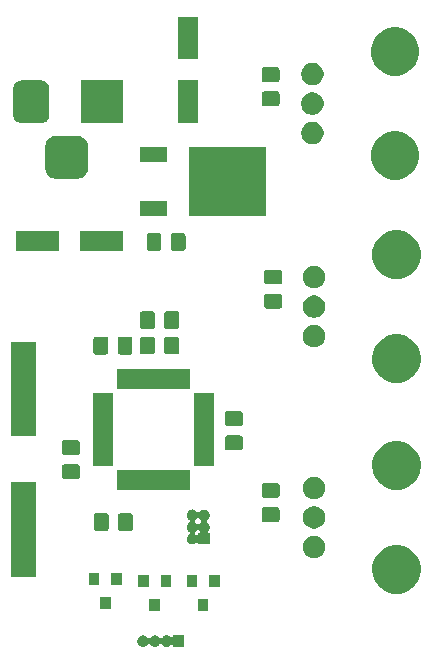
<source format=gbr>
G04 #@! TF.GenerationSoftware,KiCad,Pcbnew,5.0.2-bee76a0~70~ubuntu18.04.1*
G04 #@! TF.CreationDate,2018-12-03T19:26:52-05:00*
G04 #@! TF.ProjectId,LEDStuff,4c454453-7475-4666-962e-6b696361645f,rev?*
G04 #@! TF.SameCoordinates,Original*
G04 #@! TF.FileFunction,Soldermask,Top*
G04 #@! TF.FilePolarity,Negative*
%FSLAX46Y46*%
G04 Gerber Fmt 4.6, Leading zero omitted, Abs format (unit mm)*
G04 Created by KiCad (PCBNEW 5.0.2-bee76a0~70~ubuntu18.04.1) date Mon 03 Dec 2018 07:26:52 PM EST*
%MOMM*%
%LPD*%
G01*
G04 APERTURE LIST*
%ADD10C,0.100000*%
G04 APERTURE END LIST*
D10*
G36*
X145200712Y-120904787D02*
X145290439Y-120932006D01*
X145373131Y-120976206D01*
X145445611Y-121035689D01*
X145505094Y-121108169D01*
X145505096Y-121108173D01*
X145510773Y-121115091D01*
X145528100Y-121132418D01*
X145548475Y-121146032D01*
X145571114Y-121155409D01*
X145595147Y-121160190D01*
X145619651Y-121160190D01*
X145643685Y-121155410D01*
X145666324Y-121146033D01*
X145686699Y-121132419D01*
X145704027Y-121115091D01*
X145709704Y-121108173D01*
X145709706Y-121108169D01*
X145769189Y-121035689D01*
X145841669Y-120976206D01*
X145924361Y-120932006D01*
X146014088Y-120904787D01*
X146084016Y-120897900D01*
X146130784Y-120897900D01*
X146200712Y-120904787D01*
X146290439Y-120932006D01*
X146373131Y-120976206D01*
X146445611Y-121035689D01*
X146505094Y-121108169D01*
X146505096Y-121108173D01*
X146510773Y-121115091D01*
X146528100Y-121132418D01*
X146548475Y-121146032D01*
X146571114Y-121155409D01*
X146595147Y-121160190D01*
X146619651Y-121160190D01*
X146643685Y-121155410D01*
X146666324Y-121146033D01*
X146686699Y-121132419D01*
X146704027Y-121115091D01*
X146709704Y-121108173D01*
X146709706Y-121108169D01*
X146769189Y-121035689D01*
X146841669Y-120976206D01*
X146924361Y-120932006D01*
X147014088Y-120904787D01*
X147084016Y-120897900D01*
X147130784Y-120897900D01*
X147200712Y-120904787D01*
X147290439Y-120932006D01*
X147373131Y-120976206D01*
X147427106Y-121020503D01*
X147447476Y-121034112D01*
X147470115Y-121043490D01*
X147494148Y-121048270D01*
X147518653Y-121048270D01*
X147542686Y-121043489D01*
X147565325Y-121034112D01*
X147585700Y-121020498D01*
X147603027Y-121003171D01*
X147616640Y-120982796D01*
X147626018Y-120960157D01*
X147631400Y-120923872D01*
X147631400Y-120897900D01*
X148583400Y-120897900D01*
X148583400Y-121849900D01*
X147631400Y-121849900D01*
X147631400Y-121823928D01*
X147628998Y-121799542D01*
X147621885Y-121776093D01*
X147610334Y-121754482D01*
X147594788Y-121735540D01*
X147575846Y-121719994D01*
X147554235Y-121708443D01*
X147530786Y-121701330D01*
X147506400Y-121698928D01*
X147482014Y-121701330D01*
X147458565Y-121708443D01*
X147427105Y-121727299D01*
X147373131Y-121771594D01*
X147290439Y-121815794D01*
X147200712Y-121843013D01*
X147130784Y-121849900D01*
X147084016Y-121849900D01*
X147014088Y-121843013D01*
X146924361Y-121815794D01*
X146841669Y-121771594D01*
X146769189Y-121712111D01*
X146709706Y-121639631D01*
X146709703Y-121639625D01*
X146704027Y-121632709D01*
X146686700Y-121615382D01*
X146666325Y-121601768D01*
X146643686Y-121592391D01*
X146619653Y-121587610D01*
X146595149Y-121587610D01*
X146571115Y-121592390D01*
X146548476Y-121601767D01*
X146528101Y-121615381D01*
X146510773Y-121632709D01*
X146505097Y-121639625D01*
X146505094Y-121639631D01*
X146445611Y-121712111D01*
X146373131Y-121771594D01*
X146290439Y-121815794D01*
X146200712Y-121843013D01*
X146130784Y-121849900D01*
X146084016Y-121849900D01*
X146014088Y-121843013D01*
X145924361Y-121815794D01*
X145841669Y-121771594D01*
X145769189Y-121712111D01*
X145709706Y-121639631D01*
X145709703Y-121639625D01*
X145704027Y-121632709D01*
X145686700Y-121615382D01*
X145666325Y-121601768D01*
X145643686Y-121592391D01*
X145619653Y-121587610D01*
X145595149Y-121587610D01*
X145571115Y-121592390D01*
X145548476Y-121601767D01*
X145528101Y-121615381D01*
X145510773Y-121632709D01*
X145505097Y-121639625D01*
X145505094Y-121639631D01*
X145445611Y-121712111D01*
X145373131Y-121771594D01*
X145290439Y-121815794D01*
X145200712Y-121843013D01*
X145130784Y-121849900D01*
X145084016Y-121849900D01*
X145014088Y-121843013D01*
X144924361Y-121815794D01*
X144841669Y-121771594D01*
X144769189Y-121712111D01*
X144709706Y-121639631D01*
X144665506Y-121556939D01*
X144638287Y-121467212D01*
X144629097Y-121373900D01*
X144638287Y-121280588D01*
X144665506Y-121190861D01*
X144709706Y-121108169D01*
X144769189Y-121035689D01*
X144841669Y-120976206D01*
X144924361Y-120932006D01*
X145014088Y-120904787D01*
X145084016Y-120897900D01*
X145130784Y-120897900D01*
X145200712Y-120904787D01*
X145200712Y-120904787D01*
G37*
G36*
X146551800Y-118823600D02*
X145649800Y-118823600D01*
X145649800Y-117821600D01*
X146551800Y-117821600D01*
X146551800Y-118823600D01*
X146551800Y-118823600D01*
G37*
G36*
X150653900Y-118798200D02*
X149751900Y-118798200D01*
X149751900Y-117796200D01*
X150653900Y-117796200D01*
X150653900Y-118798200D01*
X150653900Y-118798200D01*
G37*
G36*
X142360800Y-118645800D02*
X141458800Y-118645800D01*
X141458800Y-117643800D01*
X142360800Y-117643800D01*
X142360800Y-118645800D01*
X142360800Y-118645800D01*
G37*
G36*
X167173752Y-113338818D02*
X167173754Y-113338819D01*
X167173755Y-113338819D01*
X167547013Y-113493427D01*
X167838804Y-113688396D01*
X167882939Y-113717886D01*
X168168614Y-114003561D01*
X168168616Y-114003564D01*
X168393073Y-114339487D01*
X168402398Y-114362000D01*
X168547682Y-114712748D01*
X168626500Y-115108993D01*
X168626500Y-115513007D01*
X168600484Y-115643800D01*
X168547681Y-115909255D01*
X168393073Y-116282513D01*
X168393072Y-116282514D01*
X168168614Y-116618439D01*
X167882939Y-116904114D01*
X167882936Y-116904116D01*
X167547013Y-117128573D01*
X167173755Y-117283181D01*
X167173754Y-117283181D01*
X167173752Y-117283182D01*
X166777507Y-117362000D01*
X166373493Y-117362000D01*
X165977248Y-117283182D01*
X165977246Y-117283181D01*
X165977245Y-117283181D01*
X165603987Y-117128573D01*
X165268064Y-116904116D01*
X165268061Y-116904114D01*
X164982386Y-116618439D01*
X164757928Y-116282514D01*
X164757927Y-116282513D01*
X164603319Y-115909255D01*
X164550517Y-115643800D01*
X164524500Y-115513007D01*
X164524500Y-115108993D01*
X164603318Y-114712748D01*
X164748602Y-114362000D01*
X164757927Y-114339487D01*
X164982384Y-114003564D01*
X164982386Y-114003561D01*
X165268061Y-113717886D01*
X165312196Y-113688396D01*
X165603987Y-113493427D01*
X165977245Y-113338819D01*
X165977246Y-113338819D01*
X165977248Y-113338818D01*
X166373493Y-113260000D01*
X166777507Y-113260000D01*
X167173752Y-113338818D01*
X167173752Y-113338818D01*
G37*
G36*
X145601800Y-116823600D02*
X144699800Y-116823600D01*
X144699800Y-115821600D01*
X145601800Y-115821600D01*
X145601800Y-116823600D01*
X145601800Y-116823600D01*
G37*
G36*
X147501800Y-116823600D02*
X146599800Y-116823600D01*
X146599800Y-115821600D01*
X147501800Y-115821600D01*
X147501800Y-116823600D01*
X147501800Y-116823600D01*
G37*
G36*
X151603900Y-116798200D02*
X150701900Y-116798200D01*
X150701900Y-115796200D01*
X151603900Y-115796200D01*
X151603900Y-116798200D01*
X151603900Y-116798200D01*
G37*
G36*
X149703900Y-116798200D02*
X148801900Y-116798200D01*
X148801900Y-115796200D01*
X149703900Y-115796200D01*
X149703900Y-116798200D01*
X149703900Y-116798200D01*
G37*
G36*
X141410800Y-116645800D02*
X140508800Y-116645800D01*
X140508800Y-115643800D01*
X141410800Y-115643800D01*
X141410800Y-116645800D01*
X141410800Y-116645800D01*
G37*
G36*
X143310800Y-116645800D02*
X142408800Y-116645800D01*
X142408800Y-115643800D01*
X143310800Y-115643800D01*
X143310800Y-116645800D01*
X143310800Y-116645800D01*
G37*
G36*
X136026600Y-115920200D02*
X133924600Y-115920200D01*
X133924600Y-107943200D01*
X136026600Y-107943200D01*
X136026600Y-115920200D01*
X136026600Y-115920200D01*
G37*
G36*
X159852896Y-112496546D02*
X160025966Y-112568234D01*
X160181730Y-112672312D01*
X160314188Y-112804770D01*
X160418266Y-112960534D01*
X160489954Y-113133604D01*
X160526500Y-113317333D01*
X160526500Y-113504667D01*
X160489954Y-113688396D01*
X160418266Y-113861466D01*
X160314188Y-114017230D01*
X160181730Y-114149688D01*
X160025966Y-114253766D01*
X159852896Y-114325454D01*
X159669167Y-114362000D01*
X159481833Y-114362000D01*
X159298104Y-114325454D01*
X159125034Y-114253766D01*
X158969270Y-114149688D01*
X158836812Y-114017230D01*
X158732734Y-113861466D01*
X158661046Y-113688396D01*
X158624500Y-113504667D01*
X158624500Y-113317333D01*
X158661046Y-113133604D01*
X158732734Y-112960534D01*
X158836812Y-112804770D01*
X158969270Y-112672312D01*
X159125034Y-112568234D01*
X159298104Y-112496546D01*
X159481833Y-112460000D01*
X159669167Y-112460000D01*
X159852896Y-112496546D01*
X159852896Y-112496546D01*
G37*
G36*
X149372412Y-110243387D02*
X149462139Y-110270606D01*
X149544831Y-110314806D01*
X149617311Y-110374289D01*
X149676794Y-110446769D01*
X149676796Y-110446773D01*
X149682473Y-110453691D01*
X149699800Y-110471018D01*
X149720175Y-110484632D01*
X149742814Y-110494009D01*
X149766847Y-110498790D01*
X149791351Y-110498790D01*
X149815385Y-110494010D01*
X149838024Y-110484633D01*
X149858399Y-110471019D01*
X149875727Y-110453691D01*
X149881404Y-110446773D01*
X149881406Y-110446769D01*
X149940889Y-110374289D01*
X150013369Y-110314806D01*
X150096061Y-110270606D01*
X150185788Y-110243387D01*
X150255716Y-110236500D01*
X150302484Y-110236500D01*
X150372412Y-110243387D01*
X150462139Y-110270606D01*
X150544831Y-110314806D01*
X150617311Y-110374289D01*
X150676794Y-110446769D01*
X150720994Y-110529461D01*
X150748213Y-110619188D01*
X150757403Y-110712500D01*
X150748213Y-110805812D01*
X150720994Y-110895539D01*
X150676794Y-110978231D01*
X150617311Y-111050711D01*
X150544831Y-111110194D01*
X150544825Y-111110197D01*
X150537909Y-111115873D01*
X150520582Y-111133200D01*
X150506968Y-111153575D01*
X150497591Y-111176214D01*
X150492810Y-111200247D01*
X150492810Y-111224751D01*
X150497590Y-111248785D01*
X150506967Y-111271424D01*
X150520581Y-111291799D01*
X150537909Y-111309127D01*
X150544825Y-111314803D01*
X150544831Y-111314806D01*
X150617311Y-111374289D01*
X150676794Y-111446769D01*
X150720994Y-111529461D01*
X150748213Y-111619188D01*
X150757403Y-111712500D01*
X150748213Y-111805812D01*
X150720994Y-111895539D01*
X150676794Y-111978231D01*
X150632497Y-112032206D01*
X150618888Y-112052576D01*
X150609510Y-112075215D01*
X150604730Y-112099248D01*
X150604730Y-112123753D01*
X150609511Y-112147786D01*
X150618888Y-112170425D01*
X150632502Y-112190800D01*
X150649829Y-112208127D01*
X150670204Y-112221740D01*
X150692843Y-112231118D01*
X150729128Y-112236500D01*
X150755100Y-112236500D01*
X150755100Y-113188500D01*
X149803100Y-113188500D01*
X149803100Y-113162528D01*
X149800698Y-113138142D01*
X149793585Y-113114693D01*
X149782034Y-113093082D01*
X149766488Y-113074140D01*
X149747546Y-113058594D01*
X149725935Y-113047043D01*
X149702486Y-113039930D01*
X149678100Y-113037528D01*
X149653714Y-113039930D01*
X149630265Y-113047043D01*
X149598805Y-113065899D01*
X149544831Y-113110194D01*
X149462139Y-113154394D01*
X149372412Y-113181613D01*
X149302484Y-113188500D01*
X149255716Y-113188500D01*
X149185788Y-113181613D01*
X149096061Y-113154394D01*
X149013369Y-113110194D01*
X148940889Y-113050711D01*
X148881406Y-112978231D01*
X148837206Y-112895539D01*
X148809987Y-112805812D01*
X148800797Y-112712500D01*
X148809987Y-112619188D01*
X148837206Y-112529461D01*
X148881406Y-112446769D01*
X148940889Y-112374289D01*
X149013369Y-112314806D01*
X149013375Y-112314803D01*
X149020291Y-112309127D01*
X149037618Y-112291800D01*
X149051232Y-112271425D01*
X149060609Y-112248786D01*
X149065390Y-112224753D01*
X149065390Y-112200249D01*
X149065390Y-112200247D01*
X149492810Y-112200247D01*
X149492810Y-112224751D01*
X149497590Y-112248785D01*
X149506967Y-112271424D01*
X149520581Y-112291798D01*
X149537910Y-112309127D01*
X149544828Y-112314804D01*
X149544831Y-112314806D01*
X149598487Y-112358841D01*
X149598802Y-112359099D01*
X149619176Y-112372713D01*
X149641815Y-112382090D01*
X149665849Y-112386870D01*
X149690353Y-112386870D01*
X149714386Y-112382089D01*
X149737025Y-112372712D01*
X149757400Y-112359098D01*
X149774727Y-112341770D01*
X149788341Y-112321396D01*
X149797718Y-112298757D01*
X149803100Y-112262472D01*
X149803100Y-112236500D01*
X149829072Y-112236500D01*
X149853458Y-112234098D01*
X149876907Y-112226985D01*
X149898518Y-112215434D01*
X149917460Y-112199888D01*
X149933006Y-112180946D01*
X149944557Y-112159335D01*
X149951670Y-112135886D01*
X149954072Y-112111500D01*
X149951670Y-112087114D01*
X149944557Y-112063665D01*
X149925699Y-112032202D01*
X149925441Y-112031887D01*
X149881406Y-111978231D01*
X149881404Y-111978227D01*
X149875727Y-111971310D01*
X149858400Y-111953982D01*
X149838025Y-111940368D01*
X149815386Y-111930991D01*
X149791353Y-111926210D01*
X149766849Y-111926210D01*
X149742815Y-111930990D01*
X149720176Y-111940367D01*
X149699802Y-111953981D01*
X149682473Y-111971310D01*
X149676796Y-111978227D01*
X149676794Y-111978231D01*
X149632759Y-112031887D01*
X149632501Y-112032202D01*
X149618887Y-112052576D01*
X149618178Y-112054288D01*
X149598802Y-112065901D01*
X149544831Y-112110194D01*
X149544828Y-112110196D01*
X149537910Y-112115873D01*
X149520582Y-112133200D01*
X149506968Y-112153575D01*
X149497591Y-112176214D01*
X149492810Y-112200247D01*
X149065390Y-112200247D01*
X149060610Y-112176215D01*
X149051233Y-112153576D01*
X149037619Y-112133201D01*
X149020291Y-112115873D01*
X149013375Y-112110197D01*
X149013369Y-112110194D01*
X148940889Y-112050711D01*
X148881406Y-111978231D01*
X148837206Y-111895539D01*
X148809987Y-111805812D01*
X148800797Y-111712500D01*
X148809987Y-111619188D01*
X148837206Y-111529461D01*
X148881406Y-111446769D01*
X148940889Y-111374289D01*
X149013369Y-111314806D01*
X149013375Y-111314803D01*
X149020291Y-111309127D01*
X149037618Y-111291800D01*
X149051232Y-111271425D01*
X149060609Y-111248786D01*
X149065390Y-111224753D01*
X149065390Y-111200249D01*
X149065390Y-111200247D01*
X149492810Y-111200247D01*
X149492810Y-111224751D01*
X149497590Y-111248785D01*
X149506967Y-111271424D01*
X149520581Y-111291799D01*
X149537909Y-111309127D01*
X149544825Y-111314803D01*
X149544831Y-111314806D01*
X149617311Y-111374289D01*
X149676794Y-111446769D01*
X149676796Y-111446773D01*
X149682473Y-111453691D01*
X149699800Y-111471018D01*
X149720175Y-111484632D01*
X149742814Y-111494009D01*
X149766847Y-111498790D01*
X149791351Y-111498790D01*
X149815385Y-111494010D01*
X149838024Y-111484633D01*
X149858399Y-111471019D01*
X149875727Y-111453691D01*
X149881404Y-111446773D01*
X149881406Y-111446769D01*
X149940889Y-111374289D01*
X150013369Y-111314806D01*
X150013375Y-111314803D01*
X150020291Y-111309127D01*
X150037618Y-111291800D01*
X150051232Y-111271425D01*
X150060609Y-111248786D01*
X150065390Y-111224753D01*
X150065390Y-111200249D01*
X150060610Y-111176215D01*
X150051233Y-111153576D01*
X150037619Y-111133201D01*
X150020291Y-111115873D01*
X150013375Y-111110197D01*
X150013369Y-111110194D01*
X149940889Y-111050711D01*
X149881406Y-110978231D01*
X149881403Y-110978225D01*
X149875727Y-110971309D01*
X149858400Y-110953982D01*
X149838025Y-110940368D01*
X149815386Y-110930991D01*
X149791353Y-110926210D01*
X149766849Y-110926210D01*
X149742815Y-110930990D01*
X149720176Y-110940367D01*
X149699801Y-110953981D01*
X149682473Y-110971309D01*
X149676797Y-110978225D01*
X149676794Y-110978231D01*
X149617311Y-111050711D01*
X149544831Y-111110194D01*
X149544825Y-111110197D01*
X149537909Y-111115873D01*
X149520582Y-111133200D01*
X149506968Y-111153575D01*
X149497591Y-111176214D01*
X149492810Y-111200247D01*
X149065390Y-111200247D01*
X149060610Y-111176215D01*
X149051233Y-111153576D01*
X149037619Y-111133201D01*
X149020291Y-111115873D01*
X149013375Y-111110197D01*
X149013369Y-111110194D01*
X148940889Y-111050711D01*
X148881406Y-110978231D01*
X148837206Y-110895539D01*
X148809987Y-110805812D01*
X148800797Y-110712500D01*
X148809987Y-110619188D01*
X148837206Y-110529461D01*
X148881406Y-110446769D01*
X148940889Y-110374289D01*
X149013369Y-110314806D01*
X149096061Y-110270606D01*
X149185788Y-110243387D01*
X149255716Y-110236500D01*
X149302484Y-110236500D01*
X149372412Y-110243387D01*
X149372412Y-110243387D01*
G37*
G36*
X144087977Y-110556265D02*
X144125664Y-110567698D01*
X144160403Y-110586266D01*
X144190848Y-110611252D01*
X144215834Y-110641697D01*
X144234402Y-110676436D01*
X144245835Y-110714123D01*
X144250300Y-110759461D01*
X144250300Y-111846139D01*
X144245835Y-111891477D01*
X144234402Y-111929164D01*
X144215834Y-111963903D01*
X144190848Y-111994348D01*
X144160403Y-112019334D01*
X144125664Y-112037902D01*
X144087977Y-112049335D01*
X144042639Y-112053800D01*
X143205961Y-112053800D01*
X143160623Y-112049335D01*
X143122936Y-112037902D01*
X143088197Y-112019334D01*
X143057752Y-111994348D01*
X143032766Y-111963903D01*
X143014198Y-111929164D01*
X143002765Y-111891477D01*
X142998300Y-111846139D01*
X142998300Y-110759461D01*
X143002765Y-110714123D01*
X143014198Y-110676436D01*
X143032766Y-110641697D01*
X143057752Y-110611252D01*
X143088197Y-110586266D01*
X143122936Y-110567698D01*
X143160623Y-110556265D01*
X143205961Y-110551800D01*
X144042639Y-110551800D01*
X144087977Y-110556265D01*
X144087977Y-110556265D01*
G37*
G36*
X142037977Y-110556265D02*
X142075664Y-110567698D01*
X142110403Y-110586266D01*
X142140848Y-110611252D01*
X142165834Y-110641697D01*
X142184402Y-110676436D01*
X142195835Y-110714123D01*
X142200300Y-110759461D01*
X142200300Y-111846139D01*
X142195835Y-111891477D01*
X142184402Y-111929164D01*
X142165834Y-111963903D01*
X142140848Y-111994348D01*
X142110403Y-112019334D01*
X142075664Y-112037902D01*
X142037977Y-112049335D01*
X141992639Y-112053800D01*
X141155961Y-112053800D01*
X141110623Y-112049335D01*
X141072936Y-112037902D01*
X141038197Y-112019334D01*
X141007752Y-111994348D01*
X140982766Y-111963903D01*
X140964198Y-111929164D01*
X140952765Y-111891477D01*
X140948300Y-111846139D01*
X140948300Y-110759461D01*
X140952765Y-110714123D01*
X140964198Y-110676436D01*
X140982766Y-110641697D01*
X141007752Y-110611252D01*
X141038197Y-110586266D01*
X141072936Y-110567698D01*
X141110623Y-110556265D01*
X141155961Y-110551800D01*
X141992639Y-110551800D01*
X142037977Y-110556265D01*
X142037977Y-110556265D01*
G37*
G36*
X159852896Y-109996546D02*
X160025966Y-110068234D01*
X160181730Y-110172312D01*
X160314188Y-110304770D01*
X160418266Y-110460534D01*
X160489954Y-110633604D01*
X160526500Y-110817333D01*
X160526500Y-111004667D01*
X160489954Y-111188396D01*
X160418266Y-111361466D01*
X160314188Y-111517230D01*
X160181730Y-111649688D01*
X160025966Y-111753766D01*
X159852896Y-111825454D01*
X159669167Y-111862000D01*
X159481833Y-111862000D01*
X159298104Y-111825454D01*
X159125034Y-111753766D01*
X158969270Y-111649688D01*
X158836812Y-111517230D01*
X158732734Y-111361466D01*
X158661046Y-111188396D01*
X158624500Y-111004667D01*
X158624500Y-110817333D01*
X158661046Y-110633604D01*
X158732734Y-110460534D01*
X158836812Y-110304770D01*
X158969270Y-110172312D01*
X159125034Y-110068234D01*
X159298104Y-109996546D01*
X159481833Y-109960000D01*
X159669167Y-109960000D01*
X159852896Y-109996546D01*
X159852896Y-109996546D01*
G37*
G36*
X156506577Y-110046265D02*
X156544264Y-110057698D01*
X156579003Y-110076266D01*
X156609448Y-110101252D01*
X156634434Y-110131697D01*
X156653002Y-110166436D01*
X156664435Y-110204123D01*
X156668900Y-110249461D01*
X156668900Y-111086139D01*
X156664435Y-111131477D01*
X156653002Y-111169164D01*
X156634434Y-111203903D01*
X156609448Y-111234348D01*
X156579003Y-111259334D01*
X156544264Y-111277902D01*
X156506577Y-111289335D01*
X156461239Y-111293800D01*
X155374561Y-111293800D01*
X155329223Y-111289335D01*
X155291536Y-111277902D01*
X155256797Y-111259334D01*
X155226352Y-111234348D01*
X155201366Y-111203903D01*
X155182798Y-111169164D01*
X155171365Y-111131477D01*
X155166900Y-111086139D01*
X155166900Y-110249461D01*
X155171365Y-110204123D01*
X155182798Y-110166436D01*
X155201366Y-110131697D01*
X155226352Y-110101252D01*
X155256797Y-110076266D01*
X155291536Y-110057698D01*
X155329223Y-110046265D01*
X155374561Y-110041800D01*
X156461239Y-110041800D01*
X156506577Y-110046265D01*
X156506577Y-110046265D01*
G37*
G36*
X159852896Y-107496546D02*
X160025966Y-107568234D01*
X160181730Y-107672312D01*
X160314188Y-107804770D01*
X160418266Y-107960534D01*
X160489954Y-108133604D01*
X160526500Y-108317333D01*
X160526500Y-108504667D01*
X160489954Y-108688396D01*
X160418266Y-108861466D01*
X160314188Y-109017230D01*
X160181730Y-109149688D01*
X160025966Y-109253766D01*
X159852896Y-109325454D01*
X159669167Y-109362000D01*
X159481833Y-109362000D01*
X159298104Y-109325454D01*
X159125034Y-109253766D01*
X158969270Y-109149688D01*
X158836812Y-109017230D01*
X158732734Y-108861466D01*
X158661046Y-108688396D01*
X158624500Y-108504667D01*
X158624500Y-108317333D01*
X158661046Y-108133604D01*
X158732734Y-107960534D01*
X158836812Y-107804770D01*
X158969270Y-107672312D01*
X159125034Y-107568234D01*
X159298104Y-107496546D01*
X159481833Y-107460000D01*
X159669167Y-107460000D01*
X159852896Y-107496546D01*
X159852896Y-107496546D01*
G37*
G36*
X156506577Y-107996265D02*
X156544264Y-108007698D01*
X156579003Y-108026266D01*
X156609448Y-108051252D01*
X156634434Y-108081697D01*
X156653002Y-108116436D01*
X156664435Y-108154123D01*
X156668900Y-108199461D01*
X156668900Y-109036139D01*
X156664435Y-109081477D01*
X156653002Y-109119164D01*
X156634434Y-109153903D01*
X156609448Y-109184348D01*
X156579003Y-109209334D01*
X156544264Y-109227902D01*
X156506577Y-109239335D01*
X156461239Y-109243800D01*
X155374561Y-109243800D01*
X155329223Y-109239335D01*
X155291536Y-109227902D01*
X155256797Y-109209334D01*
X155226352Y-109184348D01*
X155201366Y-109153903D01*
X155182798Y-109119164D01*
X155171365Y-109081477D01*
X155166900Y-109036139D01*
X155166900Y-108199461D01*
X155171365Y-108154123D01*
X155182798Y-108116436D01*
X155201366Y-108081697D01*
X155226352Y-108051252D01*
X155256797Y-108026266D01*
X155291536Y-108007698D01*
X155329223Y-107996265D01*
X155374561Y-107991800D01*
X156461239Y-107991800D01*
X156506577Y-107996265D01*
X156506577Y-107996265D01*
G37*
G36*
X149125200Y-108567900D02*
X142873200Y-108567900D01*
X142873200Y-106865900D01*
X149125200Y-106865900D01*
X149125200Y-108567900D01*
X149125200Y-108567900D01*
G37*
G36*
X167173752Y-104538818D02*
X167173754Y-104538819D01*
X167173755Y-104538819D01*
X167547013Y-104693427D01*
X167547014Y-104693428D01*
X167882939Y-104917886D01*
X168168614Y-105203561D01*
X168168616Y-105203564D01*
X168393073Y-105539487D01*
X168547681Y-105912745D01*
X168547682Y-105912748D01*
X168626500Y-106308993D01*
X168626500Y-106713007D01*
X168596088Y-106865900D01*
X168547681Y-107109255D01*
X168393073Y-107482513D01*
X168268419Y-107669070D01*
X168168614Y-107818439D01*
X167882939Y-108104114D01*
X167882936Y-108104116D01*
X167547013Y-108328573D01*
X167173755Y-108483181D01*
X167173754Y-108483181D01*
X167173752Y-108483182D01*
X166777507Y-108562000D01*
X166373493Y-108562000D01*
X165977248Y-108483182D01*
X165977246Y-108483181D01*
X165977245Y-108483181D01*
X165603987Y-108328573D01*
X165268064Y-108104116D01*
X165268061Y-108104114D01*
X164982386Y-107818439D01*
X164882581Y-107669070D01*
X164757927Y-107482513D01*
X164603319Y-107109255D01*
X164554913Y-106865900D01*
X164524500Y-106713007D01*
X164524500Y-106308993D01*
X164603318Y-105912748D01*
X164603319Y-105912745D01*
X164757927Y-105539487D01*
X164982384Y-105203564D01*
X164982386Y-105203561D01*
X165268061Y-104917886D01*
X165603986Y-104693428D01*
X165603987Y-104693427D01*
X165977245Y-104538819D01*
X165977246Y-104538819D01*
X165977248Y-104538818D01*
X166373493Y-104460000D01*
X166777507Y-104460000D01*
X167173752Y-104538818D01*
X167173752Y-104538818D01*
G37*
G36*
X139590177Y-106426765D02*
X139627864Y-106438198D01*
X139662603Y-106456766D01*
X139693048Y-106481752D01*
X139718034Y-106512197D01*
X139736602Y-106546936D01*
X139748035Y-106584623D01*
X139752500Y-106629961D01*
X139752500Y-107466639D01*
X139748035Y-107511977D01*
X139736602Y-107549664D01*
X139718034Y-107584403D01*
X139693048Y-107614848D01*
X139662603Y-107639834D01*
X139627864Y-107658402D01*
X139590177Y-107669835D01*
X139544839Y-107674300D01*
X138458161Y-107674300D01*
X138412823Y-107669835D01*
X138375136Y-107658402D01*
X138340397Y-107639834D01*
X138309952Y-107614848D01*
X138284966Y-107584403D01*
X138266398Y-107549664D01*
X138254965Y-107511977D01*
X138250500Y-107466639D01*
X138250500Y-106629961D01*
X138254965Y-106584623D01*
X138266398Y-106546936D01*
X138284966Y-106512197D01*
X138309952Y-106481752D01*
X138340397Y-106456766D01*
X138375136Y-106438198D01*
X138412823Y-106426765D01*
X138458161Y-106422300D01*
X139544839Y-106422300D01*
X139590177Y-106426765D01*
X139590177Y-106426765D01*
G37*
G36*
X151100200Y-106592900D02*
X149398200Y-106592900D01*
X149398200Y-100340900D01*
X151100200Y-100340900D01*
X151100200Y-106592900D01*
X151100200Y-106592900D01*
G37*
G36*
X142600200Y-106592900D02*
X140898200Y-106592900D01*
X140898200Y-100340900D01*
X142600200Y-100340900D01*
X142600200Y-106592900D01*
X142600200Y-106592900D01*
G37*
G36*
X139590177Y-104376765D02*
X139627864Y-104388198D01*
X139662603Y-104406766D01*
X139693048Y-104431752D01*
X139718034Y-104462197D01*
X139736602Y-104496936D01*
X139748035Y-104534623D01*
X139752500Y-104579961D01*
X139752500Y-105416639D01*
X139748035Y-105461977D01*
X139736602Y-105499664D01*
X139718034Y-105534403D01*
X139693048Y-105564848D01*
X139662603Y-105589834D01*
X139627864Y-105608402D01*
X139590177Y-105619835D01*
X139544839Y-105624300D01*
X138458161Y-105624300D01*
X138412823Y-105619835D01*
X138375136Y-105608402D01*
X138340397Y-105589834D01*
X138309952Y-105564848D01*
X138284966Y-105534403D01*
X138266398Y-105499664D01*
X138254965Y-105461977D01*
X138250500Y-105416639D01*
X138250500Y-104579961D01*
X138254965Y-104534623D01*
X138266398Y-104496936D01*
X138284966Y-104462197D01*
X138309952Y-104431752D01*
X138340397Y-104406766D01*
X138375136Y-104388198D01*
X138412823Y-104376765D01*
X138458161Y-104372300D01*
X139544839Y-104372300D01*
X139590177Y-104376765D01*
X139590177Y-104376765D01*
G37*
G36*
X153395077Y-103975665D02*
X153432764Y-103987098D01*
X153467503Y-104005666D01*
X153497948Y-104030652D01*
X153522934Y-104061097D01*
X153541502Y-104095836D01*
X153552935Y-104133523D01*
X153557400Y-104178861D01*
X153557400Y-105015539D01*
X153552935Y-105060877D01*
X153541502Y-105098564D01*
X153522934Y-105133303D01*
X153497948Y-105163748D01*
X153467503Y-105188734D01*
X153432764Y-105207302D01*
X153395077Y-105218735D01*
X153349739Y-105223200D01*
X152263061Y-105223200D01*
X152217723Y-105218735D01*
X152180036Y-105207302D01*
X152145297Y-105188734D01*
X152114852Y-105163748D01*
X152089866Y-105133303D01*
X152071298Y-105098564D01*
X152059865Y-105060877D01*
X152055400Y-105015539D01*
X152055400Y-104178861D01*
X152059865Y-104133523D01*
X152071298Y-104095836D01*
X152089866Y-104061097D01*
X152114852Y-104030652D01*
X152145297Y-104005666D01*
X152180036Y-103987098D01*
X152217723Y-103975665D01*
X152263061Y-103971200D01*
X153349739Y-103971200D01*
X153395077Y-103975665D01*
X153395077Y-103975665D01*
G37*
G36*
X136026600Y-104045200D02*
X133924600Y-104045200D01*
X133924600Y-96068200D01*
X136026600Y-96068200D01*
X136026600Y-104045200D01*
X136026600Y-104045200D01*
G37*
G36*
X153395077Y-101925665D02*
X153432764Y-101937098D01*
X153467503Y-101955666D01*
X153497948Y-101980652D01*
X153522934Y-102011097D01*
X153541502Y-102045836D01*
X153552935Y-102083523D01*
X153557400Y-102128861D01*
X153557400Y-102965539D01*
X153552935Y-103010877D01*
X153541502Y-103048564D01*
X153522934Y-103083303D01*
X153497948Y-103113748D01*
X153467503Y-103138734D01*
X153432764Y-103157302D01*
X153395077Y-103168735D01*
X153349739Y-103173200D01*
X152263061Y-103173200D01*
X152217723Y-103168735D01*
X152180036Y-103157302D01*
X152145297Y-103138734D01*
X152114852Y-103113748D01*
X152089866Y-103083303D01*
X152071298Y-103048564D01*
X152059865Y-103010877D01*
X152055400Y-102965539D01*
X152055400Y-102128861D01*
X152059865Y-102083523D01*
X152071298Y-102045836D01*
X152089866Y-102011097D01*
X152114852Y-101980652D01*
X152145297Y-101955666D01*
X152180036Y-101937098D01*
X152217723Y-101925665D01*
X152263061Y-101921200D01*
X153349739Y-101921200D01*
X153395077Y-101925665D01*
X153395077Y-101925665D01*
G37*
G36*
X149125200Y-100067900D02*
X142873200Y-100067900D01*
X142873200Y-98365900D01*
X149125200Y-98365900D01*
X149125200Y-100067900D01*
X149125200Y-100067900D01*
G37*
G36*
X167173752Y-95495318D02*
X167173754Y-95495319D01*
X167173755Y-95495319D01*
X167547013Y-95649927D01*
X167740069Y-95778923D01*
X167882939Y-95874386D01*
X168168614Y-96160061D01*
X168168616Y-96160064D01*
X168393073Y-96495987D01*
X168547681Y-96869245D01*
X168547682Y-96869248D01*
X168593867Y-97101435D01*
X168626500Y-97265494D01*
X168626500Y-97669506D01*
X168547681Y-98065755D01*
X168393073Y-98439013D01*
X168393072Y-98439014D01*
X168168614Y-98774939D01*
X167882939Y-99060614D01*
X167882936Y-99060616D01*
X167547013Y-99285073D01*
X167173755Y-99439681D01*
X167173754Y-99439681D01*
X167173752Y-99439682D01*
X166777507Y-99518500D01*
X166373493Y-99518500D01*
X165977248Y-99439682D01*
X165977246Y-99439681D01*
X165977245Y-99439681D01*
X165603987Y-99285073D01*
X165268064Y-99060616D01*
X165268061Y-99060614D01*
X164982386Y-98774939D01*
X164757928Y-98439014D01*
X164757927Y-98439013D01*
X164603319Y-98065755D01*
X164524500Y-97669506D01*
X164524500Y-97265494D01*
X164557133Y-97101435D01*
X164603318Y-96869248D01*
X164603319Y-96869245D01*
X164757927Y-96495987D01*
X164982384Y-96160064D01*
X164982386Y-96160061D01*
X165268061Y-95874386D01*
X165410931Y-95778923D01*
X165603987Y-95649927D01*
X165977245Y-95495319D01*
X165977246Y-95495319D01*
X165977248Y-95495318D01*
X166373493Y-95416500D01*
X166777507Y-95416500D01*
X167173752Y-95495318D01*
X167173752Y-95495318D01*
G37*
G36*
X142008877Y-95621065D02*
X142046564Y-95632498D01*
X142081303Y-95651066D01*
X142111748Y-95676052D01*
X142136734Y-95706497D01*
X142155302Y-95741236D01*
X142166735Y-95778923D01*
X142171200Y-95824261D01*
X142171200Y-96910939D01*
X142166735Y-96956277D01*
X142155302Y-96993964D01*
X142136734Y-97028703D01*
X142111748Y-97059148D01*
X142081303Y-97084134D01*
X142046564Y-97102702D01*
X142008877Y-97114135D01*
X141963539Y-97118600D01*
X141126861Y-97118600D01*
X141081523Y-97114135D01*
X141043836Y-97102702D01*
X141009097Y-97084134D01*
X140978652Y-97059148D01*
X140953666Y-97028703D01*
X140935098Y-96993964D01*
X140923665Y-96956277D01*
X140919200Y-96910939D01*
X140919200Y-95824261D01*
X140923665Y-95778923D01*
X140935098Y-95741236D01*
X140953666Y-95706497D01*
X140978652Y-95676052D01*
X141009097Y-95651066D01*
X141043836Y-95632498D01*
X141081523Y-95621065D01*
X141126861Y-95616600D01*
X141963539Y-95616600D01*
X142008877Y-95621065D01*
X142008877Y-95621065D01*
G37*
G36*
X144058877Y-95621065D02*
X144096564Y-95632498D01*
X144131303Y-95651066D01*
X144161748Y-95676052D01*
X144186734Y-95706497D01*
X144205302Y-95741236D01*
X144216735Y-95778923D01*
X144221200Y-95824261D01*
X144221200Y-96910939D01*
X144216735Y-96956277D01*
X144205302Y-96993964D01*
X144186734Y-97028703D01*
X144161748Y-97059148D01*
X144131303Y-97084134D01*
X144096564Y-97102702D01*
X144058877Y-97114135D01*
X144013539Y-97118600D01*
X143176861Y-97118600D01*
X143131523Y-97114135D01*
X143093836Y-97102702D01*
X143059097Y-97084134D01*
X143028652Y-97059148D01*
X143003666Y-97028703D01*
X142985098Y-96993964D01*
X142973665Y-96956277D01*
X142969200Y-96910939D01*
X142969200Y-95824261D01*
X142973665Y-95778923D01*
X142985098Y-95741236D01*
X143003666Y-95706497D01*
X143028652Y-95676052D01*
X143059097Y-95651066D01*
X143093836Y-95632498D01*
X143131523Y-95621065D01*
X143176861Y-95616600D01*
X144013539Y-95616600D01*
X144058877Y-95621065D01*
X144058877Y-95621065D01*
G37*
G36*
X145949577Y-95608365D02*
X145987264Y-95619798D01*
X146022003Y-95638366D01*
X146052448Y-95663352D01*
X146077434Y-95693797D01*
X146096002Y-95728536D01*
X146107435Y-95766223D01*
X146111900Y-95811561D01*
X146111900Y-96898239D01*
X146107435Y-96943577D01*
X146096002Y-96981264D01*
X146077434Y-97016003D01*
X146052448Y-97046448D01*
X146022003Y-97071434D01*
X145987264Y-97090002D01*
X145949577Y-97101435D01*
X145904239Y-97105900D01*
X145067561Y-97105900D01*
X145022223Y-97101435D01*
X144984536Y-97090002D01*
X144949797Y-97071434D01*
X144919352Y-97046448D01*
X144894366Y-97016003D01*
X144875798Y-96981264D01*
X144864365Y-96943577D01*
X144859900Y-96898239D01*
X144859900Y-95811561D01*
X144864365Y-95766223D01*
X144875798Y-95728536D01*
X144894366Y-95693797D01*
X144919352Y-95663352D01*
X144949797Y-95638366D01*
X144984536Y-95619798D01*
X145022223Y-95608365D01*
X145067561Y-95603900D01*
X145904239Y-95603900D01*
X145949577Y-95608365D01*
X145949577Y-95608365D01*
G37*
G36*
X147999577Y-95608365D02*
X148037264Y-95619798D01*
X148072003Y-95638366D01*
X148102448Y-95663352D01*
X148127434Y-95693797D01*
X148146002Y-95728536D01*
X148157435Y-95766223D01*
X148161900Y-95811561D01*
X148161900Y-96898239D01*
X148157435Y-96943577D01*
X148146002Y-96981264D01*
X148127434Y-97016003D01*
X148102448Y-97046448D01*
X148072003Y-97071434D01*
X148037264Y-97090002D01*
X147999577Y-97101435D01*
X147954239Y-97105900D01*
X147117561Y-97105900D01*
X147072223Y-97101435D01*
X147034536Y-97090002D01*
X146999797Y-97071434D01*
X146969352Y-97046448D01*
X146944366Y-97016003D01*
X146925798Y-96981264D01*
X146914365Y-96943577D01*
X146909900Y-96898239D01*
X146909900Y-95811561D01*
X146914365Y-95766223D01*
X146925798Y-95728536D01*
X146944366Y-95693797D01*
X146969352Y-95663352D01*
X146999797Y-95638366D01*
X147034536Y-95619798D01*
X147072223Y-95608365D01*
X147117561Y-95603900D01*
X147954239Y-95603900D01*
X147999577Y-95608365D01*
X147999577Y-95608365D01*
G37*
G36*
X159852896Y-94653046D02*
X160025966Y-94724734D01*
X160181730Y-94828812D01*
X160314188Y-94961270D01*
X160418266Y-95117034D01*
X160489954Y-95290104D01*
X160526500Y-95473833D01*
X160526500Y-95661167D01*
X160489954Y-95844896D01*
X160418266Y-96017966D01*
X160314188Y-96173730D01*
X160181730Y-96306188D01*
X160025966Y-96410266D01*
X159852896Y-96481954D01*
X159669167Y-96518500D01*
X159481833Y-96518500D01*
X159298104Y-96481954D01*
X159125034Y-96410266D01*
X158969270Y-96306188D01*
X158836812Y-96173730D01*
X158732734Y-96017966D01*
X158661046Y-95844896D01*
X158624500Y-95661167D01*
X158624500Y-95473833D01*
X158661046Y-95290104D01*
X158732734Y-95117034D01*
X158836812Y-94961270D01*
X158969270Y-94828812D01*
X159125034Y-94724734D01*
X159298104Y-94653046D01*
X159481833Y-94616500D01*
X159669167Y-94616500D01*
X159852896Y-94653046D01*
X159852896Y-94653046D01*
G37*
G36*
X145949577Y-93462065D02*
X145987264Y-93473498D01*
X146022003Y-93492066D01*
X146052448Y-93517052D01*
X146077434Y-93547497D01*
X146096002Y-93582236D01*
X146107435Y-93619923D01*
X146111900Y-93665261D01*
X146111900Y-94751939D01*
X146107435Y-94797277D01*
X146096002Y-94834964D01*
X146077434Y-94869703D01*
X146052448Y-94900148D01*
X146022003Y-94925134D01*
X145987264Y-94943702D01*
X145949577Y-94955135D01*
X145904239Y-94959600D01*
X145067561Y-94959600D01*
X145022223Y-94955135D01*
X144984536Y-94943702D01*
X144949797Y-94925134D01*
X144919352Y-94900148D01*
X144894366Y-94869703D01*
X144875798Y-94834964D01*
X144864365Y-94797277D01*
X144859900Y-94751939D01*
X144859900Y-93665261D01*
X144864365Y-93619923D01*
X144875798Y-93582236D01*
X144894366Y-93547497D01*
X144919352Y-93517052D01*
X144949797Y-93492066D01*
X144984536Y-93473498D01*
X145022223Y-93462065D01*
X145067561Y-93457600D01*
X145904239Y-93457600D01*
X145949577Y-93462065D01*
X145949577Y-93462065D01*
G37*
G36*
X147999577Y-93462065D02*
X148037264Y-93473498D01*
X148072003Y-93492066D01*
X148102448Y-93517052D01*
X148127434Y-93547497D01*
X148146002Y-93582236D01*
X148157435Y-93619923D01*
X148161900Y-93665261D01*
X148161900Y-94751939D01*
X148157435Y-94797277D01*
X148146002Y-94834964D01*
X148127434Y-94869703D01*
X148102448Y-94900148D01*
X148072003Y-94925134D01*
X148037264Y-94943702D01*
X147999577Y-94955135D01*
X147954239Y-94959600D01*
X147117561Y-94959600D01*
X147072223Y-94955135D01*
X147034536Y-94943702D01*
X146999797Y-94925134D01*
X146969352Y-94900148D01*
X146944366Y-94869703D01*
X146925798Y-94834964D01*
X146914365Y-94797277D01*
X146909900Y-94751939D01*
X146909900Y-93665261D01*
X146914365Y-93619923D01*
X146925798Y-93582236D01*
X146944366Y-93547497D01*
X146969352Y-93517052D01*
X146999797Y-93492066D01*
X147034536Y-93473498D01*
X147072223Y-93462065D01*
X147117561Y-93457600D01*
X147954239Y-93457600D01*
X147999577Y-93462065D01*
X147999577Y-93462065D01*
G37*
G36*
X159852896Y-92153046D02*
X160025966Y-92224734D01*
X160181730Y-92328812D01*
X160314188Y-92461270D01*
X160418266Y-92617034D01*
X160489954Y-92790104D01*
X160526500Y-92973833D01*
X160526500Y-93161167D01*
X160489954Y-93344896D01*
X160418266Y-93517966D01*
X160314188Y-93673730D01*
X160181730Y-93806188D01*
X160025966Y-93910266D01*
X159852896Y-93981954D01*
X159669167Y-94018500D01*
X159481833Y-94018500D01*
X159298104Y-93981954D01*
X159125034Y-93910266D01*
X158969270Y-93806188D01*
X158836812Y-93673730D01*
X158732734Y-93517966D01*
X158661046Y-93344896D01*
X158624500Y-93161167D01*
X158624500Y-92973833D01*
X158661046Y-92790104D01*
X158732734Y-92617034D01*
X158836812Y-92461270D01*
X158969270Y-92328812D01*
X159125034Y-92224734D01*
X159298104Y-92153046D01*
X159481833Y-92116500D01*
X159669167Y-92116500D01*
X159852896Y-92153046D01*
X159852896Y-92153046D01*
G37*
G36*
X156709777Y-91979465D02*
X156747464Y-91990898D01*
X156782203Y-92009466D01*
X156812648Y-92034452D01*
X156837634Y-92064897D01*
X156856202Y-92099636D01*
X156867635Y-92137323D01*
X156872100Y-92182661D01*
X156872100Y-93019339D01*
X156867635Y-93064677D01*
X156856202Y-93102364D01*
X156837634Y-93137103D01*
X156812648Y-93167548D01*
X156782203Y-93192534D01*
X156747464Y-93211102D01*
X156709777Y-93222535D01*
X156664439Y-93227000D01*
X155577761Y-93227000D01*
X155532423Y-93222535D01*
X155494736Y-93211102D01*
X155459997Y-93192534D01*
X155429552Y-93167548D01*
X155404566Y-93137103D01*
X155385998Y-93102364D01*
X155374565Y-93064677D01*
X155370100Y-93019339D01*
X155370100Y-92182661D01*
X155374565Y-92137323D01*
X155385998Y-92099636D01*
X155404566Y-92064897D01*
X155429552Y-92034452D01*
X155459997Y-92009466D01*
X155494736Y-91990898D01*
X155532423Y-91979465D01*
X155577761Y-91975000D01*
X156664439Y-91975000D01*
X156709777Y-91979465D01*
X156709777Y-91979465D01*
G37*
G36*
X159852896Y-89653046D02*
X160025966Y-89724734D01*
X160181730Y-89828812D01*
X160314188Y-89961270D01*
X160418266Y-90117034D01*
X160489954Y-90290104D01*
X160526500Y-90473833D01*
X160526500Y-90661167D01*
X160489954Y-90844896D01*
X160418266Y-91017966D01*
X160314188Y-91173730D01*
X160181730Y-91306188D01*
X160025966Y-91410266D01*
X159852896Y-91481954D01*
X159669167Y-91518500D01*
X159481833Y-91518500D01*
X159298104Y-91481954D01*
X159125034Y-91410266D01*
X158969270Y-91306188D01*
X158836812Y-91173730D01*
X158732734Y-91017966D01*
X158661046Y-90844896D01*
X158624500Y-90661167D01*
X158624500Y-90473833D01*
X158661046Y-90290104D01*
X158732734Y-90117034D01*
X158836812Y-89961270D01*
X158969270Y-89828812D01*
X159125034Y-89724734D01*
X159298104Y-89653046D01*
X159481833Y-89616500D01*
X159669167Y-89616500D01*
X159852896Y-89653046D01*
X159852896Y-89653046D01*
G37*
G36*
X156709777Y-89929465D02*
X156747464Y-89940898D01*
X156782203Y-89959466D01*
X156812648Y-89984452D01*
X156837634Y-90014897D01*
X156856202Y-90049636D01*
X156867635Y-90087323D01*
X156872100Y-90132661D01*
X156872100Y-90969339D01*
X156867635Y-91014677D01*
X156856202Y-91052364D01*
X156837634Y-91087103D01*
X156812648Y-91117548D01*
X156782203Y-91142534D01*
X156747464Y-91161102D01*
X156709777Y-91172535D01*
X156664439Y-91177000D01*
X155577761Y-91177000D01*
X155532423Y-91172535D01*
X155494736Y-91161102D01*
X155459997Y-91142534D01*
X155429552Y-91117548D01*
X155404566Y-91087103D01*
X155385998Y-91052364D01*
X155374565Y-91014677D01*
X155370100Y-90969339D01*
X155370100Y-90132661D01*
X155374565Y-90087323D01*
X155385998Y-90049636D01*
X155404566Y-90014897D01*
X155429552Y-89984452D01*
X155459997Y-89959466D01*
X155494736Y-89940898D01*
X155532423Y-89929465D01*
X155577761Y-89925000D01*
X156664439Y-89925000D01*
X156709777Y-89929465D01*
X156709777Y-89929465D01*
G37*
G36*
X167173752Y-86695318D02*
X167173754Y-86695319D01*
X167173755Y-86695319D01*
X167547013Y-86849927D01*
X167622479Y-86900352D01*
X167882939Y-87074386D01*
X168168614Y-87360061D01*
X168168616Y-87360064D01*
X168393073Y-87695987D01*
X168547681Y-88069245D01*
X168547682Y-88069248D01*
X168611901Y-88392100D01*
X168626500Y-88465494D01*
X168626500Y-88869506D01*
X168547681Y-89265755D01*
X168393073Y-89639013D01*
X168188139Y-89945718D01*
X168168614Y-89974939D01*
X167882939Y-90260614D01*
X167882936Y-90260616D01*
X167547013Y-90485073D01*
X167173755Y-90639681D01*
X167173754Y-90639681D01*
X167173752Y-90639682D01*
X166777507Y-90718500D01*
X166373493Y-90718500D01*
X165977248Y-90639682D01*
X165977246Y-90639681D01*
X165977245Y-90639681D01*
X165603987Y-90485073D01*
X165268064Y-90260616D01*
X165268061Y-90260614D01*
X164982386Y-89974939D01*
X164962861Y-89945718D01*
X164757927Y-89639013D01*
X164603319Y-89265755D01*
X164524500Y-88869506D01*
X164524500Y-88465494D01*
X164539099Y-88392100D01*
X164603318Y-88069248D01*
X164603319Y-88069245D01*
X164757927Y-87695987D01*
X164982384Y-87360064D01*
X164982386Y-87360061D01*
X165268061Y-87074386D01*
X165528521Y-86900352D01*
X165603987Y-86849927D01*
X165977245Y-86695319D01*
X165977246Y-86695319D01*
X165977248Y-86695318D01*
X166373493Y-86616500D01*
X166777507Y-86616500D01*
X167173752Y-86695318D01*
X167173752Y-86695318D01*
G37*
G36*
X138000900Y-88392100D02*
X134398900Y-88392100D01*
X134398900Y-86690100D01*
X138000900Y-86690100D01*
X138000900Y-88392100D01*
X138000900Y-88392100D01*
G37*
G36*
X143400900Y-88392100D02*
X139798900Y-88392100D01*
X139798900Y-86690100D01*
X143400900Y-86690100D01*
X143400900Y-88392100D01*
X143400900Y-88392100D01*
G37*
G36*
X146500977Y-86845365D02*
X146538664Y-86856798D01*
X146573403Y-86875366D01*
X146603848Y-86900352D01*
X146628834Y-86930797D01*
X146647402Y-86965536D01*
X146658835Y-87003223D01*
X146663300Y-87048561D01*
X146663300Y-88135239D01*
X146658835Y-88180577D01*
X146647402Y-88218264D01*
X146628834Y-88253003D01*
X146603848Y-88283448D01*
X146573403Y-88308434D01*
X146538664Y-88327002D01*
X146500977Y-88338435D01*
X146455639Y-88342900D01*
X145618961Y-88342900D01*
X145573623Y-88338435D01*
X145535936Y-88327002D01*
X145501197Y-88308434D01*
X145470752Y-88283448D01*
X145445766Y-88253003D01*
X145427198Y-88218264D01*
X145415765Y-88180577D01*
X145411300Y-88135239D01*
X145411300Y-87048561D01*
X145415765Y-87003223D01*
X145427198Y-86965536D01*
X145445766Y-86930797D01*
X145470752Y-86900352D01*
X145501197Y-86875366D01*
X145535936Y-86856798D01*
X145573623Y-86845365D01*
X145618961Y-86840900D01*
X146455639Y-86840900D01*
X146500977Y-86845365D01*
X146500977Y-86845365D01*
G37*
G36*
X148550977Y-86845365D02*
X148588664Y-86856798D01*
X148623403Y-86875366D01*
X148653848Y-86900352D01*
X148678834Y-86930797D01*
X148697402Y-86965536D01*
X148708835Y-87003223D01*
X148713300Y-87048561D01*
X148713300Y-88135239D01*
X148708835Y-88180577D01*
X148697402Y-88218264D01*
X148678834Y-88253003D01*
X148653848Y-88283448D01*
X148623403Y-88308434D01*
X148588664Y-88327002D01*
X148550977Y-88338435D01*
X148505639Y-88342900D01*
X147668961Y-88342900D01*
X147623623Y-88338435D01*
X147585936Y-88327002D01*
X147551197Y-88308434D01*
X147520752Y-88283448D01*
X147495766Y-88253003D01*
X147477198Y-88218264D01*
X147465765Y-88180577D01*
X147461300Y-88135239D01*
X147461300Y-87048561D01*
X147465765Y-87003223D01*
X147477198Y-86965536D01*
X147495766Y-86930797D01*
X147520752Y-86900352D01*
X147551197Y-86875366D01*
X147585936Y-86856798D01*
X147623623Y-86845365D01*
X147668961Y-86840900D01*
X148505639Y-86840900D01*
X148550977Y-86845365D01*
X148550977Y-86845365D01*
G37*
G36*
X155528500Y-85412100D02*
X149026500Y-85412100D01*
X149026500Y-79510100D01*
X155528500Y-79510100D01*
X155528500Y-85412100D01*
X155528500Y-85412100D01*
G37*
G36*
X147128500Y-85392100D02*
X144826500Y-85392100D01*
X144826500Y-84090100D01*
X147128500Y-84090100D01*
X147128500Y-85392100D01*
X147128500Y-85392100D01*
G37*
G36*
X167046752Y-78299518D02*
X167046754Y-78299519D01*
X167046755Y-78299519D01*
X167420013Y-78454127D01*
X167662871Y-78616400D01*
X167755939Y-78678586D01*
X168041614Y-78964261D01*
X168041616Y-78964264D01*
X168266073Y-79300187D01*
X168420681Y-79673445D01*
X168499500Y-80069694D01*
X168499500Y-80473706D01*
X168420681Y-80869955D01*
X168266073Y-81243213D01*
X168044643Y-81574605D01*
X168041614Y-81579139D01*
X167755939Y-81864814D01*
X167755936Y-81864816D01*
X167420013Y-82089273D01*
X167046755Y-82243881D01*
X167046754Y-82243881D01*
X167046752Y-82243882D01*
X166650507Y-82322700D01*
X166246493Y-82322700D01*
X165850248Y-82243882D01*
X165850246Y-82243881D01*
X165850245Y-82243881D01*
X165476987Y-82089273D01*
X165141064Y-81864816D01*
X165141061Y-81864814D01*
X164855386Y-81579139D01*
X164852357Y-81574605D01*
X164630927Y-81243213D01*
X164476319Y-80869955D01*
X164397500Y-80473706D01*
X164397500Y-80069694D01*
X164476319Y-79673445D01*
X164630927Y-79300187D01*
X164855384Y-78964264D01*
X164855386Y-78964261D01*
X165141061Y-78678586D01*
X165234129Y-78616400D01*
X165476987Y-78454127D01*
X165850245Y-78299519D01*
X165850246Y-78299519D01*
X165850248Y-78299518D01*
X166246493Y-78220700D01*
X166650507Y-78220700D01*
X167046752Y-78299518D01*
X167046752Y-78299518D01*
G37*
G36*
X139769466Y-78633095D02*
X139926558Y-78680748D01*
X140071330Y-78758131D01*
X140198228Y-78862272D01*
X140302369Y-78989170D01*
X140379752Y-79133942D01*
X140427405Y-79291034D01*
X140444100Y-79460540D01*
X140444100Y-81374260D01*
X140427405Y-81543766D01*
X140379752Y-81700858D01*
X140302369Y-81845630D01*
X140198228Y-81972528D01*
X140071330Y-82076669D01*
X139926558Y-82154052D01*
X139769466Y-82201705D01*
X139599960Y-82218400D01*
X137686240Y-82218400D01*
X137516734Y-82201705D01*
X137359642Y-82154052D01*
X137214870Y-82076669D01*
X137087972Y-81972528D01*
X136983831Y-81845630D01*
X136906448Y-81700858D01*
X136858795Y-81543766D01*
X136842100Y-81374260D01*
X136842100Y-79460540D01*
X136858795Y-79291034D01*
X136906448Y-79133942D01*
X136983831Y-78989170D01*
X137087972Y-78862272D01*
X137214870Y-78758131D01*
X137359642Y-78680748D01*
X137516734Y-78633095D01*
X137686240Y-78616400D01*
X139599960Y-78616400D01*
X139769466Y-78633095D01*
X139769466Y-78633095D01*
G37*
G36*
X147128500Y-80832100D02*
X144826500Y-80832100D01*
X144826500Y-79530100D01*
X147128500Y-79530100D01*
X147128500Y-80832100D01*
X147128500Y-80832100D01*
G37*
G36*
X159725896Y-77457246D02*
X159898966Y-77528934D01*
X160054730Y-77633012D01*
X160187188Y-77765470D01*
X160291266Y-77921234D01*
X160362954Y-78094304D01*
X160399500Y-78278033D01*
X160399500Y-78465367D01*
X160362954Y-78649096D01*
X160291266Y-78822166D01*
X160187188Y-78977930D01*
X160054730Y-79110388D01*
X159898966Y-79214466D01*
X159725896Y-79286154D01*
X159542167Y-79322700D01*
X159354833Y-79322700D01*
X159171104Y-79286154D01*
X158998034Y-79214466D01*
X158842270Y-79110388D01*
X158709812Y-78977930D01*
X158605734Y-78822166D01*
X158534046Y-78649096D01*
X158497500Y-78465367D01*
X158497500Y-78278033D01*
X158534046Y-78094304D01*
X158605734Y-77921234D01*
X158709812Y-77765470D01*
X158842270Y-77633012D01*
X158998034Y-77528934D01*
X159171104Y-77457246D01*
X159354833Y-77420700D01*
X159542167Y-77420700D01*
X159725896Y-77457246D01*
X159725896Y-77457246D01*
G37*
G36*
X136620078Y-73930693D02*
X136753727Y-73971235D01*
X136876882Y-74037062D01*
X136984839Y-74125661D01*
X137073438Y-74233618D01*
X137139265Y-74356773D01*
X137179807Y-74490422D01*
X137194100Y-74635540D01*
X137194100Y-76799260D01*
X137179807Y-76944378D01*
X137139265Y-77078027D01*
X137073438Y-77201182D01*
X136984839Y-77309139D01*
X136876882Y-77397738D01*
X136753727Y-77463565D01*
X136620078Y-77504107D01*
X136474960Y-77518400D01*
X134811240Y-77518400D01*
X134666122Y-77504107D01*
X134532473Y-77463565D01*
X134409318Y-77397738D01*
X134301361Y-77309139D01*
X134212762Y-77201182D01*
X134146935Y-77078027D01*
X134106393Y-76944378D01*
X134092100Y-76799260D01*
X134092100Y-74635540D01*
X134106393Y-74490422D01*
X134146935Y-74356773D01*
X134212762Y-74233618D01*
X134301361Y-74125661D01*
X134409318Y-74037062D01*
X134532473Y-73971235D01*
X134666122Y-73930693D01*
X134811240Y-73916400D01*
X136474960Y-73916400D01*
X136620078Y-73930693D01*
X136620078Y-73930693D01*
G37*
G36*
X143444100Y-77518400D02*
X139842100Y-77518400D01*
X139842100Y-73916400D01*
X143444100Y-73916400D01*
X143444100Y-77518400D01*
X143444100Y-77518400D01*
G37*
G36*
X149741996Y-77513071D02*
X148039996Y-77513071D01*
X148039996Y-73911071D01*
X149741996Y-73911071D01*
X149741996Y-77513071D01*
X149741996Y-77513071D01*
G37*
G36*
X159725896Y-74957246D02*
X159898966Y-75028934D01*
X160054730Y-75133012D01*
X160187188Y-75265470D01*
X160291266Y-75421234D01*
X160362954Y-75594304D01*
X160399500Y-75778033D01*
X160399500Y-75965367D01*
X160362954Y-76149096D01*
X160291266Y-76322166D01*
X160187188Y-76477930D01*
X160054730Y-76610388D01*
X159898966Y-76714466D01*
X159725896Y-76786154D01*
X159542167Y-76822700D01*
X159354833Y-76822700D01*
X159171104Y-76786154D01*
X158998034Y-76714466D01*
X158842270Y-76610388D01*
X158709812Y-76477930D01*
X158605734Y-76322166D01*
X158534046Y-76149096D01*
X158497500Y-75965367D01*
X158497500Y-75778033D01*
X158534046Y-75594304D01*
X158605734Y-75421234D01*
X158709812Y-75265470D01*
X158842270Y-75133012D01*
X158998034Y-75028934D01*
X159171104Y-74957246D01*
X159354833Y-74920700D01*
X159542167Y-74920700D01*
X159725896Y-74957246D01*
X159725896Y-74957246D01*
G37*
G36*
X156506577Y-74847165D02*
X156544264Y-74858598D01*
X156579003Y-74877166D01*
X156609448Y-74902152D01*
X156634434Y-74932597D01*
X156653002Y-74967336D01*
X156664435Y-75005023D01*
X156668900Y-75050361D01*
X156668900Y-75887039D01*
X156664435Y-75932377D01*
X156653002Y-75970064D01*
X156634434Y-76004803D01*
X156609448Y-76035248D01*
X156579003Y-76060234D01*
X156544264Y-76078802D01*
X156506577Y-76090235D01*
X156461239Y-76094700D01*
X155374561Y-76094700D01*
X155329223Y-76090235D01*
X155291536Y-76078802D01*
X155256797Y-76060234D01*
X155226352Y-76035248D01*
X155201366Y-76004803D01*
X155182798Y-75970064D01*
X155171365Y-75932377D01*
X155166900Y-75887039D01*
X155166900Y-75050361D01*
X155171365Y-75005023D01*
X155182798Y-74967336D01*
X155201366Y-74932597D01*
X155226352Y-74902152D01*
X155256797Y-74877166D01*
X155291536Y-74858598D01*
X155329223Y-74847165D01*
X155374561Y-74842700D01*
X156461239Y-74842700D01*
X156506577Y-74847165D01*
X156506577Y-74847165D01*
G37*
G36*
X159725896Y-72457246D02*
X159898966Y-72528934D01*
X160054730Y-72633012D01*
X160187188Y-72765470D01*
X160291266Y-72921234D01*
X160362954Y-73094304D01*
X160399500Y-73278033D01*
X160399500Y-73465367D01*
X160362954Y-73649096D01*
X160291266Y-73822166D01*
X160187188Y-73977930D01*
X160054730Y-74110388D01*
X159898966Y-74214466D01*
X159725896Y-74286154D01*
X159542167Y-74322700D01*
X159354833Y-74322700D01*
X159171104Y-74286154D01*
X158998034Y-74214466D01*
X158842270Y-74110388D01*
X158709812Y-73977930D01*
X158605734Y-73822166D01*
X158534046Y-73649096D01*
X158497500Y-73465367D01*
X158497500Y-73278033D01*
X158534046Y-73094304D01*
X158605734Y-72921234D01*
X158709812Y-72765470D01*
X158842270Y-72633012D01*
X158998034Y-72528934D01*
X159171104Y-72457246D01*
X159354833Y-72420700D01*
X159542167Y-72420700D01*
X159725896Y-72457246D01*
X159725896Y-72457246D01*
G37*
G36*
X156506577Y-72797165D02*
X156544264Y-72808598D01*
X156579003Y-72827166D01*
X156609448Y-72852152D01*
X156634434Y-72882597D01*
X156653002Y-72917336D01*
X156664435Y-72955023D01*
X156668900Y-73000361D01*
X156668900Y-73837039D01*
X156664435Y-73882377D01*
X156653002Y-73920064D01*
X156634434Y-73954803D01*
X156609448Y-73985248D01*
X156579003Y-74010234D01*
X156544264Y-74028802D01*
X156506577Y-74040235D01*
X156461239Y-74044700D01*
X155374561Y-74044700D01*
X155329223Y-74040235D01*
X155291536Y-74028802D01*
X155256797Y-74010234D01*
X155226352Y-73985248D01*
X155201366Y-73954803D01*
X155182798Y-73920064D01*
X155171365Y-73882377D01*
X155166900Y-73837039D01*
X155166900Y-73000361D01*
X155171365Y-72955023D01*
X155182798Y-72917336D01*
X155201366Y-72882597D01*
X155226352Y-72852152D01*
X155256797Y-72827166D01*
X155291536Y-72808598D01*
X155329223Y-72797165D01*
X155374561Y-72792700D01*
X156461239Y-72792700D01*
X156506577Y-72797165D01*
X156506577Y-72797165D01*
G37*
G36*
X167046752Y-69499518D02*
X167046754Y-69499519D01*
X167046755Y-69499519D01*
X167420013Y-69654127D01*
X167420014Y-69654128D01*
X167755939Y-69878586D01*
X168041614Y-70164261D01*
X168041616Y-70164264D01*
X168266073Y-70500187D01*
X168420681Y-70873445D01*
X168499500Y-71269694D01*
X168499500Y-71673706D01*
X168420681Y-72069955D01*
X168266073Y-72443213D01*
X168208796Y-72528934D01*
X168041614Y-72779139D01*
X167755939Y-73064814D01*
X167755936Y-73064816D01*
X167420013Y-73289273D01*
X167046755Y-73443881D01*
X167046754Y-73443881D01*
X167046752Y-73443882D01*
X166650507Y-73522700D01*
X166246493Y-73522700D01*
X165850248Y-73443882D01*
X165850246Y-73443881D01*
X165850245Y-73443881D01*
X165476987Y-73289273D01*
X165141064Y-73064816D01*
X165141061Y-73064814D01*
X164855386Y-72779139D01*
X164688204Y-72528934D01*
X164630927Y-72443213D01*
X164476319Y-72069955D01*
X164397500Y-71673706D01*
X164397500Y-71269694D01*
X164476319Y-70873445D01*
X164630927Y-70500187D01*
X164855384Y-70164264D01*
X164855386Y-70164261D01*
X165141061Y-69878586D01*
X165476986Y-69654128D01*
X165476987Y-69654127D01*
X165850245Y-69499519D01*
X165850246Y-69499519D01*
X165850248Y-69499518D01*
X166246493Y-69420700D01*
X166650507Y-69420700D01*
X167046752Y-69499518D01*
X167046752Y-69499518D01*
G37*
G36*
X149741996Y-72113071D02*
X148039996Y-72113071D01*
X148039996Y-68511071D01*
X149741996Y-68511071D01*
X149741996Y-72113071D01*
X149741996Y-72113071D01*
G37*
M02*

</source>
